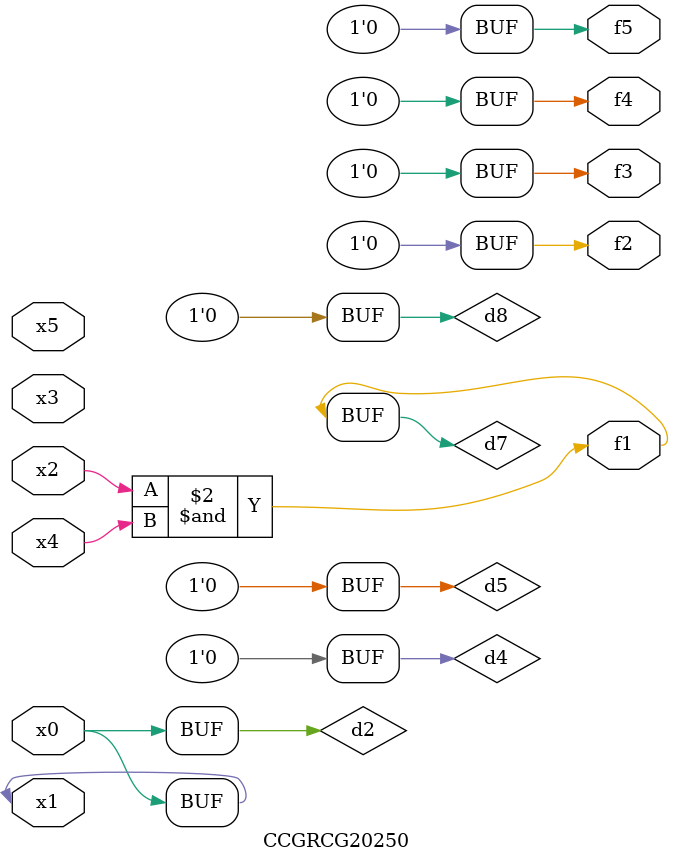
<source format=v>
module CCGRCG20250(
	input x0, x1, x2, x3, x4, x5,
	output f1, f2, f3, f4, f5
);

	wire d1, d2, d3, d4, d5, d6, d7, d8, d9;

	nand (d1, x1);
	buf (d2, x0, x1);
	nand (d3, x2, x4);
	and (d4, d1, d2);
	and (d5, d1, d2);
	nand (d6, d1, d3);
	not (d7, d3);
	xor (d8, d5);
	nor (d9, d5, d6);
	assign f1 = d7;
	assign f2 = d8;
	assign f3 = d8;
	assign f4 = d8;
	assign f5 = d8;
endmodule

</source>
